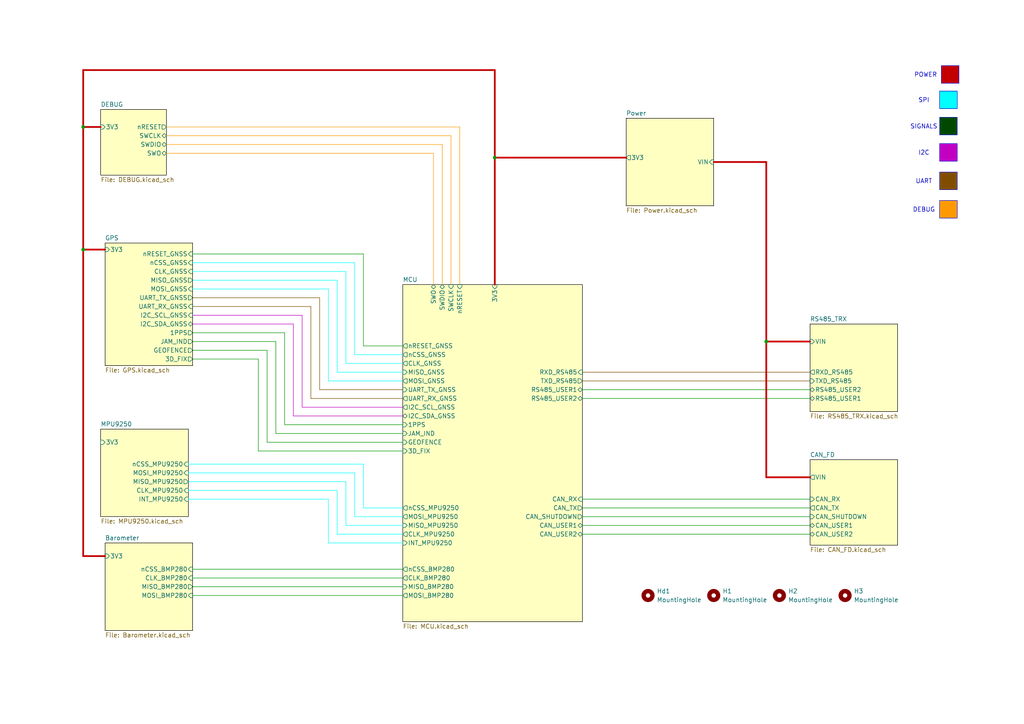
<source format=kicad_sch>
(kicad_sch (version 20250114) (generator "eeschema") (generator_version "9.0")
  (paper "A4")
  (lib_symbols
    (symbol "Mechanical:MountingHole" (pin_names (offset 1.016)) (exclude_from_sim yes) (in_bom no)
      (property "Reference" "H" (at 0 5.08 0))
      (property "Value" "MountingHole" (at 0 3.175 0))
      (symbol "MountingHole_0_1"
        (circle (center 0 0) (radius 1.27) (stroke (width 1.27)))
      )
    )
  )
  (rectangle (start 272.542 41.656) (end 277.622 46.736) (fill (type color) (color 194 0 194 1)))
  (rectangle (start 272.542 34.036) (end 277.622 39.116) (fill (type color) (color 0 72 0 1)))
  (rectangle (start 272.542 49.911) (end 277.622 54.991) (fill (type color) (color 128 77 0 1)))
  (rectangle (start 272.542 26.416) (end 277.622 31.496) (fill (type color) (color 0 255 255 1)))
  (rectangle (start 273.05 19.05) (end 278.13 24.13) (fill (type color) (color 194 0 0 1)))
  (rectangle (start 272.542 58.166) (end 277.622 63.246) (fill (type color) (color 255 153 0 1)))
  (text "SPI\n" (at 267.97 29.21 0) (effects (font (size 1.27 1.27))))
  (text "I2C" (at 267.97 44.45 0) (effects (font (size 1.27 1.27))))
  (text "DEBUG\n" (at 267.97 60.96 0) (effects (font (size 1.27 1.27))))
  (text "UART" (at 267.97 52.705 0) (effects (font (size 1.27 1.27))))
  (text "POWER" (at 268.478 21.844 0) (effects (font (size 1.27 1.27))))
  (text "SIGNALS" (at 267.97 36.83 0) (effects (font (size 1.27 1.27))))
  (junction (at 222.25 99.06))
  (junction (at 143.51 45.72))
  (junction (at 24.13 72.39))
  (junction (at 24.13 36.83))
  (wire (pts (xy 168.91 113.03) (xy 234.95 113.03)))
  (wire (pts (xy 130.81 39.37) (xy 130.81 82.55)) (stroke (width 0) (color 255 153 0 1)))
  (wire (pts (xy 234.95 99.06) (xy 222.25 99.06)) (stroke (width 0.508) (color 194 0 0 1)))
  (wire (pts (xy 55.88 83.82) (xy 95.25 83.82)) (stroke (width 0) (color 0 255 255 1)))
  (wire (pts (xy 222.25 138.43) (xy 234.95 138.43)) (stroke (width 0.508) (color 194 0 0 1)))
  (wire (pts (xy 90.17 88.9) (xy 90.17 115.57)) (stroke (width 0) (color 128 77 0 1)))
  (wire (pts (xy 95.25 157.48) (xy 116.84 157.48)) (stroke (width 0) (color 0 255 255 1)))
  (wire (pts (xy 102.87 137.16) (xy 54.61 137.16)) (stroke (width 0) (color 0 255 255 1)))
  (wire (pts (xy 24.13 20.32) (xy 143.51 20.32)) (stroke (width 0.508) (color 194 0 0 1)))
  (wire (pts (xy 24.13 20.32) (xy 24.13 36.83)) (stroke (width 0.508) (color 194 0 0 1)))
  (wire (pts (xy 85.09 93.98) (xy 85.09 120.65)) (stroke (width 0) (color 194 0 194 1)))
  (wire (pts (xy 24.13 72.39) (xy 30.48 72.39)) (stroke (width 0.508) (color 194 0 0 1)))
  (wire (pts (xy 168.91 144.78) (xy 234.95 144.78)))
  (wire (pts (xy 168.91 147.32) (xy 234.95 147.32)))
  (wire (pts (xy 92.71 113.03) (xy 116.84 113.03)) (stroke (width 0) (color 128 77 0 1)))
  (wire (pts (xy 55.88 104.14) (xy 74.93 104.14)))
  (wire (pts (xy 143.51 45.72) (xy 143.51 82.55)) (stroke (width 0.508) (color 194 0 0 1)))
  (wire (pts (xy 82.55 123.19) (xy 116.84 123.19)))
  (wire (pts (xy 97.79 154.94) (xy 116.84 154.94)) (stroke (width 0) (color 0 255 255 1)))
  (wire (pts (xy 74.93 104.14) (xy 74.93 130.81)))
  (wire (pts (xy 48.26 44.45) (xy 125.73 44.45)) (stroke (width 0) (color 255 153 0 1)))
  (wire (pts (xy 143.51 20.32) (xy 143.51 45.72)) (stroke (width 0.508) (color 194 0 0 1)))
  (wire (pts (xy 97.79 81.28) (xy 97.79 107.95)) (stroke (width 0) (color 0 255 255 1)))
  (wire (pts (xy 55.88 91.44) (xy 87.63 91.44)) (stroke (width 0) (color 194 0 194 1)))
  (wire (pts (xy 100.33 152.4) (xy 100.33 139.7)) (stroke (width 0) (color 0 255 255 1)))
  (wire (pts (xy 24.13 161.29) (xy 30.48 161.29)) (stroke (width 0.508) (color 194 0 0 1)))
  (wire (pts (xy 128.27 41.91) (xy 128.27 82.55)) (stroke (width 0) (color 255 153 0 1)))
  (wire (pts (xy 55.88 88.9) (xy 90.17 88.9)) (stroke (width 0) (color 128 77 0 1)))
  (wire (pts (xy 168.91 152.4) (xy 234.95 152.4)))
  (wire (pts (xy 48.26 41.91) (xy 128.27 41.91)) (stroke (width 0) (color 255 153 0 1)))
  (wire (pts (xy 105.41 100.33) (xy 116.84 100.33)))
  (wire (pts (xy 168.91 154.94) (xy 234.95 154.94)))
  (wire (pts (xy 168.91 110.49) (xy 234.95 110.49)) (stroke (width 0) (color 128 77 0 1)))
  (wire (pts (xy 181.61 45.72) (xy 143.51 45.72)) (stroke (width 0.508) (color 194 0 0 1)))
  (wire (pts (xy 77.47 101.6) (xy 77.47 128.27)))
  (wire (pts (xy 168.91 115.57) (xy 234.95 115.57)))
  (wire (pts (xy 82.55 96.52) (xy 82.55 123.19)))
  (wire (pts (xy 222.25 99.06) (xy 222.25 46.99)) (stroke (width 0.508) (color 194 0 0 1)))
  (wire (pts (xy 222.25 46.99) (xy 207.01 46.99)) (stroke (width 0.508) (color 194 0 0 1)))
  (wire (pts (xy 55.88 165.1) (xy 116.84 165.1)))
  (wire (pts (xy 100.33 105.41) (xy 116.84 105.41)) (stroke (width 0) (color 0 255 255 1)))
  (wire (pts (xy 55.88 167.64) (xy 116.84 167.64)))
  (wire (pts (xy 95.25 83.82) (xy 95.25 110.49)) (stroke (width 0) (color 0 255 255 1)))
  (wire (pts (xy 85.09 120.65) (xy 116.84 120.65)) (stroke (width 0) (color 194 0 194 1)))
  (wire (pts (xy 102.87 102.87) (xy 116.84 102.87)) (stroke (width 0) (color 0 255 255 1)))
  (wire (pts (xy 55.88 99.06) (xy 80.01 99.06)))
  (wire (pts (xy 105.41 147.32) (xy 116.84 147.32)) (stroke (width 0) (color 0 255 255 1)))
  (wire (pts (xy 102.87 76.2) (xy 102.87 102.87)) (stroke (width 0) (color 0 255 255 1)))
  (wire (pts (xy 105.41 134.62) (xy 54.61 134.62)) (stroke (width 0) (color 0 255 255 1)))
  (wire (pts (xy 97.79 154.94) (xy 97.79 142.24)) (stroke (width 0) (color 0 255 255 1)))
  (wire (pts (xy 55.88 170.18) (xy 116.84 170.18)))
  (wire (pts (xy 80.01 125.73) (xy 116.84 125.73)))
  (wire (pts (xy 95.25 157.48) (xy 95.25 144.78)) (stroke (width 0) (color 0 255 255 1)))
  (wire (pts (xy 102.87 149.86) (xy 116.84 149.86)) (stroke (width 0) (color 0 255 255 1)))
  (wire (pts (xy 55.88 81.28) (xy 97.79 81.28)) (stroke (width 0) (color 0 255 255 1)))
  (wire (pts (xy 74.93 130.81) (xy 116.84 130.81)))
  (wire (pts (xy 125.73 44.45) (xy 125.73 82.55)) (stroke (width 0) (color 255 153 0 1)))
  (wire (pts (xy 97.79 142.24) (xy 54.61 142.24)) (stroke (width 0) (color 0 255 255 1)))
  (wire (pts (xy 55.88 101.6) (xy 77.47 101.6)))
  (wire (pts (xy 133.35 36.83) (xy 133.35 82.55)) (stroke (width 0) (color 255 153 0 1)))
  (wire (pts (xy 55.88 172.72) (xy 116.84 172.72)))
  (wire (pts (xy 222.25 99.06) (xy 222.25 138.43)) (stroke (width 0.508) (color 194 0 0 1)))
  (wire (pts (xy 87.63 118.11) (xy 116.84 118.11)) (stroke (width 0) (color 194 0 194 1)))
  (wire (pts (xy 97.79 107.95) (xy 116.84 107.95)) (stroke (width 0) (color 0 255 255 1)))
  (wire (pts (xy 55.88 96.52) (xy 82.55 96.52)))
  (wire (pts (xy 168.91 149.86) (xy 234.95 149.86)))
  (wire (pts (xy 92.71 113.03) (xy 92.71 86.36)) (stroke (width 0) (color 128 77 0 1)))
  (wire (pts (xy 24.13 36.83) (xy 24.13 72.39)) (stroke (width 0.508) (color 194 0 0 1)))
  (wire (pts (xy 87.63 91.44) (xy 87.63 118.11)) (stroke (width 0) (color 194 0 194 1)))
  (wire (pts (xy 105.41 73.66) (xy 105.41 100.33)))
  (wire (pts (xy 48.26 36.83) (xy 133.35 36.83)) (stroke (width 0) (color 255 153 0 1)))
  (wire (pts (xy 100.33 152.4) (xy 116.84 152.4)) (stroke (width 0) (color 0 255 255 1)))
  (wire (pts (xy 55.88 78.74) (xy 100.33 78.74)) (stroke (width 0) (color 0 255 255 1)))
  (wire (pts (xy 105.41 147.32) (xy 105.41 134.62)) (stroke (width 0) (color 0 255 255 1)))
  (wire (pts (xy 95.25 144.78) (xy 54.61 144.78)) (stroke (width 0) (color 0 255 255 1)))
  (wire (pts (xy 100.33 139.7) (xy 54.61 139.7)) (stroke (width 0) (color 0 255 255 1)))
  (wire (pts (xy 95.25 110.49) (xy 116.84 110.49)) (stroke (width 0) (color 0 255 255 1)))
  (wire (pts (xy 55.88 93.98) (xy 85.09 93.98)) (stroke (width 0) (color 194 0 194 1)))
  (wire (pts (xy 168.91 107.95) (xy 234.95 107.95)) (stroke (width 0) (color 128 77 0 1)))
  (wire (pts (xy 92.71 86.36) (xy 55.88 86.36)) (stroke (width 0) (color 128 77 0 1)))
  (wire (pts (xy 100.33 78.74) (xy 100.33 105.41)) (stroke (width 0) (color 0 255 255 1)))
  (wire (pts (xy 90.17 115.57) (xy 116.84 115.57)) (stroke (width 0) (color 128 77 0 1)))
  (wire (pts (xy 102.87 149.86) (xy 102.87 137.16)) (stroke (width 0) (color 0 255 255 1)))
  (wire (pts (xy 24.13 36.83) (xy 29.21 36.83)) (stroke (width 0.508) (color 194 0 0 1)))
  (wire (pts (xy 48.26 39.37) (xy 130.81 39.37)) (stroke (width 0) (color 255 153 0 1)))
  (wire (pts (xy 55.88 73.66) (xy 105.41 73.66)))
  (wire (pts (xy 24.13 72.39) (xy 24.13 161.29)) (stroke (width 0.508) (color 194 0 0 1)))
  (wire (pts (xy 55.88 76.2) (xy 102.87 76.2)) (stroke (width 0) (color 0 255 255 1)))
  (wire (pts (xy 77.47 128.27) (xy 116.84 128.27)))
  (wire (pts (xy 80.01 99.06) (xy 80.01 125.73)))
  (symbol (lib_id "Mechanical:MountingHole") (at 187.96 172.72 0) (unit 1) (exclude_from_sim yes) (in_bom no)
    (property "Reference" "Hd1" (at 190.5 171.4499 0) (effects (justify left)))
    (property "Value" "MountingHole" (at 190.5 173.9899 0) (effects (justify left)))
    (property "Footprint" "MountingHole:MountingHole_3.2mm_M3_DIN965" (effects (hide yes)))
    (property "Description" "Mounting Hole without connection" (effects (hide yes)))
  )
  (symbol (lib_id "Mechanical:MountingHole") (at 226.06 172.72 0) (unit 1) (exclude_from_sim yes) (in_bom no)
    (property "Reference" "H2" (at 228.6 171.4499 0) (effects (justify left)))
    (property "Value" "MountingHole" (at 228.6 173.9899 0) (effects (justify left)))
    (property "Footprint" "MountingHole:MountingHole_3.2mm_M3_DIN965" (effects (hide yes)))
    (property "Description" "Mounting Hole without connection" (effects (hide yes)))
  )
  (symbol (lib_id "Mechanical:MountingHole") (at 207.01 172.72 0) (unit 1) (exclude_from_sim yes) (in_bom no)
    (property "Reference" "H1" (at 209.55 171.4499 0) (effects (justify left)))
    (property "Value" "MountingHole" (at 209.55 173.9899 0) (effects (justify left)))
    (property "Footprint" "MountingHole:MountingHole_3.2mm_M3_DIN965" (effects (hide yes)))
    (property "Description" "Mounting Hole without connection" (effects (hide yes)))
  )
  (symbol (lib_id "Mechanical:MountingHole") (at 245.11 172.72 0) (unit 1) (exclude_from_sim yes) (in_bom no)
    (property "Reference" "H3" (at 247.65 171.4499 0) (effects (justify left)))
    (property "Value" "MountingHole" (at 247.65 173.9899 0) (effects (justify left)))
    (property "Footprint" "MountingHole:MountingHole_3.2mm_M3_DIN965" (effects (hide yes)))
    (property "Description" "Mounting Hole without connection" (effects (hide yes)))
  )
  (sheet (at 234.95 133.35) (size 25.4 24.765) (stroke (width 0.1524) (color 0 0 0 1)) (fill (color 255 255 194 1.0000))
    (property "Sheetname" "CAN_FD" (at 234.95 132.6384 0) (effects (justify left bottom)))
    (property "Sheetfile" "CAN_FD.kicad_sch" (at 234.95 158.6996 0) (effects (justify left top)))
    (pin "VIN" output (at 234.95 138.43 180))
    (pin "CAN_RX" input (at 234.95 144.78 180))
    (pin "CAN_TX" output (at 234.95 147.32 180))
    (pin "CAN_SHUTDOWN" input (at 234.95 149.86 180))
    (pin "CAN_USER2" bidirectional (at 234.95 154.94 180))
    (pin "CAN_USER1" bidirectional (at 234.95 152.4 180))
  )
  (sheet (at 30.48 157.48) (size 25.4 25.4) (stroke (width 0.1524) (color 0 0 0 1)) (fill (color 255 255 194 1.0000))
    (property "Sheetname" "Barometer" (at 30.48 156.7684 0) (effects (justify left bottom)))
    (property "Sheetfile" "Barometer.kicad_sch" (at 30.48 183.4646 0) (effects (justify left top)))
    (pin "3V3" input (at 30.48 161.29 180))
    (pin "nCSS_BMP280" input (at 55.88 165.1 0))
    (pin "MOSI_BMP280" input (at 55.88 172.72 0))
    (pin "MISO_BMP280" output (at 55.88 170.18 0))
    (pin "CLK_BMP280" input (at 55.88 167.64 0))
  )
  (sheet (at 29.21 31.75) (size 19.05 19.05) (stroke (width 0.1524) (color 0 0 0 1)) (fill (color 255 255 194 1.0000))
    (property "Sheetname" "DEBUG" (at 29.21 31.0384 0) (effects (justify left bottom)))
    (property "Sheetfile" "DEBUG.kicad_sch" (at 29.21 51.3846 0) (effects (justify left top)))
    (pin "SWCLK" bidirectional (at 48.26 39.37 0))
    (pin "SWO" bidirectional (at 48.26 44.45 0))
    (pin "nRESET" output (at 48.26 36.83 0))
    (pin "SWDIO" bidirectional (at 48.26 41.91 0))
    (pin "3V3" input (at 29.21 36.83 180))
  )
  (sheet (at 116.84 82.55) (size 52.07 97.79) (stroke (width 0.1524) (color 0 0 0 1)) (fill (color 255 255 194 1.0000))
    (property "Sheetname" "MCU" (at 116.84 81.8384 0) (effects (justify left bottom)))
    (property "Sheetfile" "MCU.kicad_sch" (at 116.84 180.9246 0) (effects (justify left top)))
    (pin "3V3" input (at 143.51 82.55 90))
    (pin "MISO_MPU9250" input (at 116.84 152.4 180))
    (pin "MOSI_MPU9250" output (at 116.84 149.86 180))
    (pin "INT_MPU9250" input (at 116.84 157.48 180))
    (pin "nCSS_MPU9250" output (at 116.84 147.32 180))
    (pin "CLK_MPU9250" output (at 116.84 154.94 180))
    (pin "I2C_SCL_GNSS" output (at 116.84 118.11 180))
    (pin "I2C_SDA_GNSS" bidirectional (at 116.84 120.65 180))
    (pin "nCSS_GNSS" output (at 116.84 102.87 180))
    (pin "GEOFENCE" input (at 116.84 128.27 180))
    (pin "3D_FIX" input (at 116.84 130.81 180))
    (pin "CLK_GNSS" output (at 116.84 105.41 180))
    (pin "JAM_IND" input (at 116.84 125.73 180))
    (pin "MISO_GNSS" input (at 116.84 107.95 180))
    (pin "UART_TX_GNSS" input (at 116.84 113.03 180))
    (pin "UART_RX_GNSS" output (at 116.84 115.57 180))
    (pin "MOSI_GNSS" output (at 116.84 110.49 180))
    (pin "1PPS" input (at 116.84 123.19 180))
    (pin "nRESET_GNSS" output (at 116.84 100.33 180))
    (pin "CAN_RX" input (at 168.91 144.78 0))
    (pin "CAN_TX" output (at 168.91 147.32 0))
    (pin "CAN_SHUTDOWN" output (at 168.91 149.86 0))
    (pin "MISO_BMP280" input (at 116.84 170.18 180))
    (pin "MOSI_BMP280" output (at 116.84 172.72 180))
    (pin "nCSS_BMP280" output (at 116.84 165.1 180))
    (pin "CLK_BMP280" output (at 116.84 167.64 180))
    (pin "RXD_RS485" input (at 168.91 107.95 0))
    (pin "TXD_RS485" output (at 168.91 110.49 0))
    (pin "SWO" bidirectional (at 125.73 82.55 90))
    (pin "SWDIO" bidirectional (at 128.27 82.55 90))
    (pin "nRESET" input (at 133.35 82.55 90))
    (pin "SWCLK" input (at 130.81 82.55 90))
    (pin "CAN_USER1" bidirectional (at 168.91 152.4 0))
    (pin "CAN_USER2" bidirectional (at 168.91 154.94 0))
    (pin "RS485_USER1" bidirectional (at 168.91 113.03 0))
    (pin "RS485_USER2" bidirectional (at 168.91 115.57 0))
  )
  (sheet (at 234.95 93.98) (size 25.4 25.4) (stroke (width 0.1524) (color 0 0 0 1)) (fill (color 255 255 194 1.0000))
    (property "Sheetname" "RS485_TRX" (at 234.95 93.2684 0) (effects (justify left bottom)))
    (property "Sheetfile" "RS485_TRX.kicad_sch" (at 234.95 119.9646 0) (effects (justify left top)))
    (pin "VIN" input (at 234.95 99.06 180))
    (pin "RXD_RS485" output (at 234.95 107.95 180))
    (pin "TXD_RS485" input (at 234.95 110.49 180))
    (pin "RS485_USER2" bidirectional (at 234.95 113.03 180))
    (pin "RS485_USER1" bidirectional (at 234.95 115.57 180))
  )
  (sheet (at 29.21 124.46) (size 25.4 25.4) (stroke (width 0.1524) (color 0 0 0 1)) (fill (color 255 255 194 1.0000))
    (property "Sheetname" "MPU9250" (at 29.21 123.7484 0) (effects (justify left bottom)))
    (property "Sheetfile" "MPU9250.kicad_sch" (at 29.21 150.4446 0) (effects (justify left top)))
    (pin "3V3" input (at 29.21 128.27 180))
    (pin "nCSS_MPU9250" input (at 54.61 134.62 0))
    (pin "MOSI_MPU9250" input (at 54.61 137.16 0))
    (pin "MISO_MPU9250" output (at 54.61 139.7 0))
    (pin "CLK_MPU9250" input (at 54.61 142.24 0))
    (pin "INT_MPU9250" input (at 54.61 144.78 0))
  )
  (sheet (at 30.48 70.485) (size 25.4 35.56) (stroke (width 0.1524) (color 0 0 0 1)) (fill (color 255 255 194 1.0000))
    (property "Sheetname" "GPS" (at 30.48 69.7734 0) (effects (justify left bottom)))
    (property "Sheetfile" "GPS.kicad_sch" (at 30.48 106.6296 0) (effects (justify left top)))
    (pin "3V3" input (at 30.48 72.39 180))
    (pin "nCSS_GNSS" input (at 55.88 76.2 0))
    (pin "GEOFENCE" output (at 55.88 101.6 0))
    (pin "I2C_SDA_GNSS" bidirectional (at 55.88 93.98 0))
    (pin "I2C_SCL_GNSS" input (at 55.88 91.44 0))
    (pin "JAM_IND" output (at 55.88 99.06 0))
    (pin "MOSI_GNSS" input (at 55.88 83.82 0))
    (pin "CLK_GNSS" input (at 55.88 78.74 0))
    (pin "MISO_GNSS" output (at 55.88 81.28 0))
    (pin "3D_FIX" output (at 55.88 104.14 0))
    (pin "UART_TX_GNSS" output (at 55.88 86.36 0))
    (pin "UART_RX_GNSS" input (at 55.88 88.9 0))
    (pin "1PPS" output (at 55.88 96.52 0))
    (pin "nRESET_GNSS" input (at 55.88 73.66 0))
  )
  (sheet (at 181.61 34.29) (size 25.4 25.4) (stroke (width 0.1524) (color 0 0 0 1)) (fill (color 255 255 194 1.0000))
    (property "Sheetname" "Power" (at 181.61 33.5784 0) (effects (justify left bottom)))
    (property "Sheetfile" "Power.kicad_sch" (at 181.61 60.2746 0) (effects (justify left top)))
    (pin "3V3" output (at 181.61 45.72 180))
    (pin "VIN" input (at 207.01 46.99 0))
  )
)
</source>
